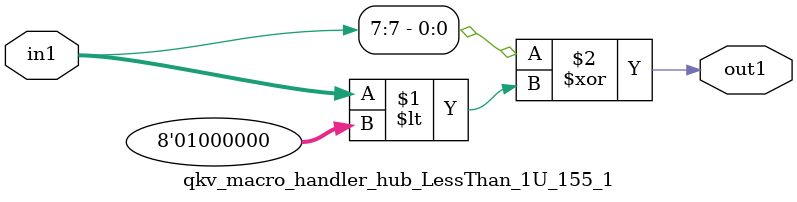
<source format=v>

`timescale 1ps / 1ps


module qkv_macro_handler_hub_LessThan_1U_155_1( in1, out1 );

    input [7:0] in1;
    output out1;

    
    // rtl_process:qkv_macro_handler_hub_LessThan_1U_155_1/qkv_macro_handler_hub_LessThan_1U_155_1_thread_1
    assign out1 = (in1[7] ^ in1 < 8'd064);

endmodule


</source>
